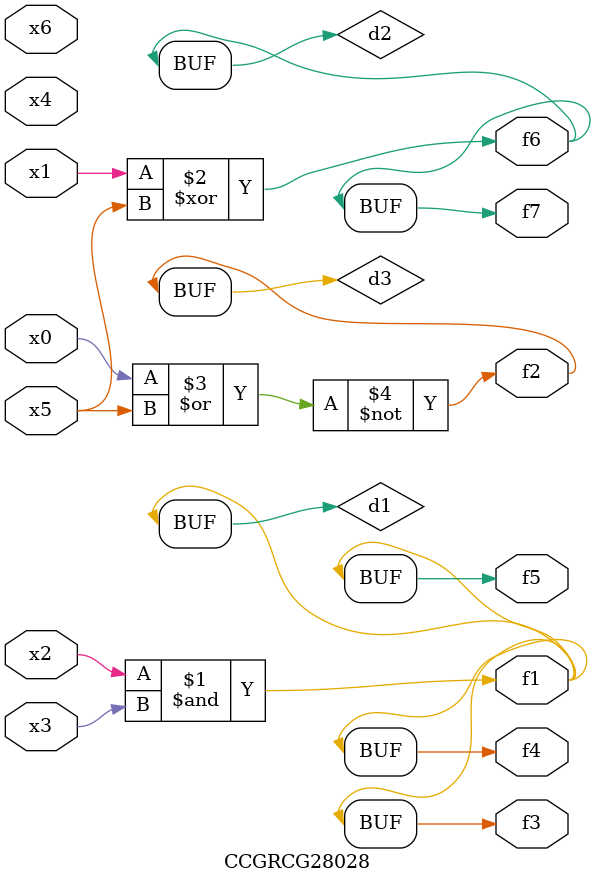
<source format=v>
module CCGRCG28028(
	input x0, x1, x2, x3, x4, x5, x6,
	output f1, f2, f3, f4, f5, f6, f7
);

	wire d1, d2, d3;

	and (d1, x2, x3);
	xor (d2, x1, x5);
	nor (d3, x0, x5);
	assign f1 = d1;
	assign f2 = d3;
	assign f3 = d1;
	assign f4 = d1;
	assign f5 = d1;
	assign f6 = d2;
	assign f7 = d2;
endmodule

</source>
